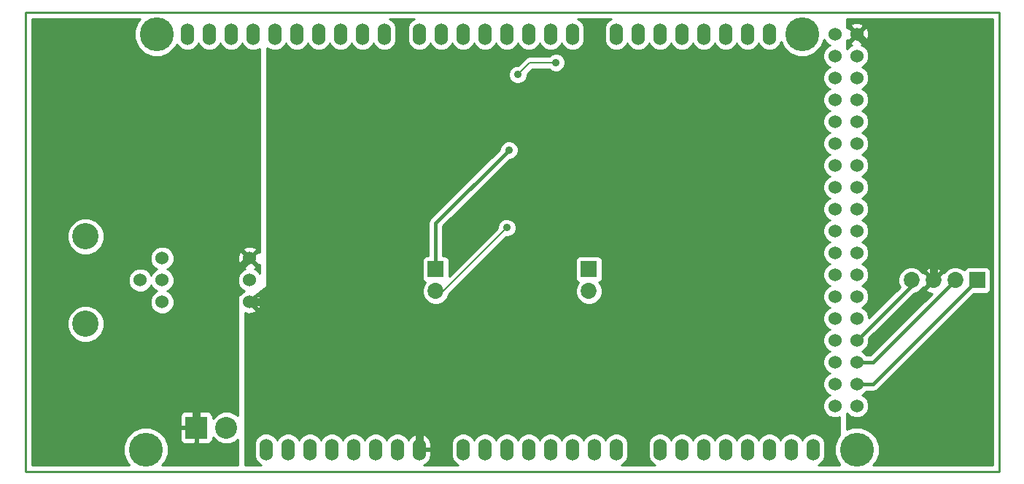
<source format=gbl>
G04 (created by PCBNEW-RS274X (2011-05-25)-stable) date Tue 11 Mar 2014 02:38:01 PM EDT*
G01*
G70*
G90*
%MOIN*%
G04 Gerber Fmt 3.4, Leading zero omitted, Abs format*
%FSLAX34Y34*%
G04 APERTURE LIST*
%ADD10C,0.006000*%
%ADD11C,0.009000*%
%ADD12C,0.155000*%
%ADD13O,0.060000X0.100000*%
%ADD14C,0.060000*%
%ADD15C,0.120000*%
%ADD16C,0.073000*%
%ADD17R,0.073000X0.073000*%
%ADD18R,0.100000X0.100000*%
%ADD19C,0.100000*%
%ADD20C,0.035000*%
%ADD21C,0.008000*%
%ADD22C,0.036000*%
%ADD23C,0.016000*%
%ADD24C,0.010000*%
G04 APERTURE END LIST*
G54D10*
G54D11*
X45000Y-51500D02*
X89500Y-51500D01*
X45000Y-30500D02*
X45000Y-51500D01*
X89500Y-30500D02*
X45000Y-30500D01*
X89500Y-51500D02*
X89500Y-30500D01*
G54D12*
X50500Y-50500D03*
X51000Y-31500D03*
X83000Y-50500D03*
X80500Y-31500D03*
G54D13*
X56000Y-50500D03*
X57000Y-50500D03*
X58000Y-50500D03*
X59000Y-50500D03*
X60000Y-50500D03*
X61000Y-50500D03*
X62000Y-50500D03*
X63000Y-50500D03*
X65000Y-50500D03*
X66000Y-50500D03*
X67000Y-50500D03*
X68000Y-50500D03*
X69000Y-50500D03*
X70000Y-50500D03*
X71000Y-50500D03*
X72000Y-50500D03*
X74000Y-50500D03*
X75000Y-50500D03*
X76000Y-50500D03*
X77000Y-50500D03*
X78000Y-50500D03*
X79000Y-50500D03*
X80000Y-50500D03*
X81000Y-50500D03*
X52400Y-31500D03*
X53400Y-31500D03*
X54400Y-31500D03*
X55400Y-31500D03*
X56400Y-31500D03*
X57400Y-31500D03*
X58400Y-31500D03*
X59400Y-31500D03*
X60400Y-31500D03*
X61400Y-31500D03*
X63000Y-31500D03*
X70000Y-31500D03*
X69000Y-31500D03*
X68000Y-31500D03*
X67000Y-31500D03*
X66000Y-31500D03*
X65000Y-31500D03*
X64000Y-31500D03*
X72000Y-31500D03*
X73000Y-31500D03*
X74000Y-31500D03*
X75000Y-31500D03*
X76000Y-31500D03*
X77000Y-31500D03*
X78000Y-31500D03*
X79000Y-31500D03*
G54D14*
X82000Y-31500D03*
X83000Y-31500D03*
X82000Y-32500D03*
X83000Y-32500D03*
X82000Y-33500D03*
X83000Y-33500D03*
X82000Y-34500D03*
X83000Y-34500D03*
X82000Y-35500D03*
X83000Y-35500D03*
X82000Y-36500D03*
X83000Y-36500D03*
X82000Y-37500D03*
X83000Y-37500D03*
X82000Y-38500D03*
X83000Y-38500D03*
X82000Y-39500D03*
X83000Y-39500D03*
X82000Y-40500D03*
X83000Y-40500D03*
X82000Y-41500D03*
X83000Y-41500D03*
X82000Y-42500D03*
X83000Y-42500D03*
X82000Y-43500D03*
X83000Y-43500D03*
X82000Y-44500D03*
X83000Y-44500D03*
X82000Y-45500D03*
X83000Y-45500D03*
X82000Y-46500D03*
X83000Y-46500D03*
X82000Y-47500D03*
X83000Y-47500D03*
X82000Y-48500D03*
X83000Y-48500D03*
G54D15*
X47750Y-44750D03*
X47750Y-40750D03*
G54D14*
X50250Y-42750D03*
X51250Y-42750D03*
X51250Y-41750D03*
X51250Y-43750D03*
G54D16*
X87500Y-42750D03*
X86500Y-42750D03*
G54D17*
X88500Y-42750D03*
G54D16*
X85500Y-42750D03*
G54D18*
X52811Y-49500D03*
G54D19*
X54189Y-49500D03*
G54D16*
X70750Y-43250D03*
G54D17*
X70750Y-42250D03*
G54D16*
X63750Y-43250D03*
G54D17*
X63750Y-42250D03*
G54D14*
X55250Y-42750D03*
X55250Y-43750D03*
X55250Y-41750D03*
G54D20*
X69250Y-32800D03*
X67500Y-33350D03*
X67100Y-36800D03*
X67000Y-40350D03*
G54D21*
X68050Y-32800D02*
X69250Y-32800D01*
X67500Y-33350D02*
X68050Y-32800D01*
G54D22*
X86500Y-35000D02*
X83000Y-31500D01*
X86500Y-42750D02*
X86500Y-35000D01*
G54D23*
X83750Y-46500D02*
X83000Y-46500D01*
X87500Y-42750D02*
X83750Y-46500D01*
X85500Y-43000D02*
X83000Y-45500D01*
X85500Y-42750D02*
X85500Y-43000D01*
X63750Y-42250D02*
X63750Y-40150D01*
X63750Y-40150D02*
X67100Y-36800D01*
X83750Y-47500D02*
X83000Y-47500D01*
X88500Y-42750D02*
X83750Y-47500D01*
G54D22*
X57033Y-43750D02*
X63000Y-49717D01*
X55250Y-43750D02*
X57033Y-43750D01*
X63000Y-50500D02*
X63000Y-49717D01*
G54D21*
X64100Y-43250D02*
X63750Y-43250D01*
X67000Y-40350D02*
X64100Y-43250D01*
G54D22*
X52811Y-44189D02*
X52811Y-49500D01*
X55250Y-41750D02*
X52811Y-44189D01*
G54D10*
G36*
X89205Y-51205D02*
X83744Y-51205D01*
X83868Y-51081D01*
X84025Y-50705D01*
X84025Y-50297D01*
X83869Y-49920D01*
X83581Y-49632D01*
X83205Y-49475D01*
X82797Y-49475D01*
X82550Y-49577D01*
X82550Y-48826D01*
X82689Y-48965D01*
X82891Y-49049D01*
X83109Y-49049D01*
X83311Y-48965D01*
X83465Y-48811D01*
X83549Y-48609D01*
X83549Y-48391D01*
X83465Y-48189D01*
X83311Y-48035D01*
X83226Y-48000D01*
X83311Y-47965D01*
X83446Y-47830D01*
X83750Y-47830D01*
X83876Y-47805D01*
X83877Y-47805D01*
X83983Y-47733D01*
X88352Y-43364D01*
X88914Y-43364D01*
X89006Y-43326D01*
X89076Y-43256D01*
X89114Y-43165D01*
X89114Y-43066D01*
X89114Y-42336D01*
X89076Y-42244D01*
X89006Y-42174D01*
X88915Y-42136D01*
X88816Y-42136D01*
X88086Y-42136D01*
X87994Y-42174D01*
X87924Y-42244D01*
X87906Y-42286D01*
X87849Y-42229D01*
X87623Y-42135D01*
X87378Y-42135D01*
X87152Y-42229D01*
X86979Y-42401D01*
X86974Y-42412D01*
X86924Y-42396D01*
X86854Y-42466D01*
X86854Y-42326D01*
X86820Y-42225D01*
X86595Y-42143D01*
X86356Y-42153D01*
X86180Y-42225D01*
X86146Y-42326D01*
X86500Y-42679D01*
X86854Y-42326D01*
X86854Y-42466D01*
X86571Y-42750D01*
X86500Y-42821D01*
X86146Y-43174D01*
X86180Y-43275D01*
X86405Y-43357D01*
X86427Y-43356D01*
X83613Y-46170D01*
X83446Y-46170D01*
X83311Y-46035D01*
X83226Y-46000D01*
X83311Y-45965D01*
X83465Y-45811D01*
X83549Y-45609D01*
X83549Y-45417D01*
X85601Y-43365D01*
X85622Y-43365D01*
X85848Y-43271D01*
X86021Y-43099D01*
X86025Y-43087D01*
X86076Y-43104D01*
X86429Y-42750D01*
X86076Y-42396D01*
X86025Y-42412D01*
X86021Y-42402D01*
X85849Y-42229D01*
X85623Y-42135D01*
X85378Y-42135D01*
X85152Y-42229D01*
X84979Y-42401D01*
X84885Y-42627D01*
X84885Y-42872D01*
X84966Y-43067D01*
X83549Y-44484D01*
X83549Y-44391D01*
X83465Y-44189D01*
X83311Y-44035D01*
X83226Y-44000D01*
X83311Y-43965D01*
X83465Y-43811D01*
X83549Y-43609D01*
X83549Y-43391D01*
X83465Y-43189D01*
X83311Y-43035D01*
X83226Y-43000D01*
X83311Y-42965D01*
X83465Y-42811D01*
X83549Y-42609D01*
X83549Y-42391D01*
X83465Y-42189D01*
X83311Y-42035D01*
X83226Y-42000D01*
X83311Y-41965D01*
X83465Y-41811D01*
X83549Y-41609D01*
X83549Y-41391D01*
X83465Y-41189D01*
X83311Y-41035D01*
X83226Y-41000D01*
X83311Y-40965D01*
X83465Y-40811D01*
X83549Y-40609D01*
X83549Y-40391D01*
X83465Y-40189D01*
X83311Y-40035D01*
X83226Y-40000D01*
X83311Y-39965D01*
X83465Y-39811D01*
X83549Y-39609D01*
X83549Y-39391D01*
X83465Y-39189D01*
X83311Y-39035D01*
X83226Y-39000D01*
X83311Y-38965D01*
X83465Y-38811D01*
X83549Y-38609D01*
X83549Y-38391D01*
X83465Y-38189D01*
X83311Y-38035D01*
X83226Y-38000D01*
X83311Y-37965D01*
X83465Y-37811D01*
X83549Y-37609D01*
X83549Y-37391D01*
X83465Y-37189D01*
X83311Y-37035D01*
X83226Y-37000D01*
X83311Y-36965D01*
X83465Y-36811D01*
X83549Y-36609D01*
X83549Y-36391D01*
X83465Y-36189D01*
X83311Y-36035D01*
X83226Y-36000D01*
X83311Y-35965D01*
X83465Y-35811D01*
X83549Y-35609D01*
X83549Y-35391D01*
X83465Y-35189D01*
X83311Y-35035D01*
X83226Y-35000D01*
X83311Y-34965D01*
X83465Y-34811D01*
X83549Y-34609D01*
X83549Y-34391D01*
X83465Y-34189D01*
X83311Y-34035D01*
X83226Y-34000D01*
X83311Y-33965D01*
X83465Y-33811D01*
X83549Y-33609D01*
X83549Y-33391D01*
X83465Y-33189D01*
X83311Y-33035D01*
X83226Y-33000D01*
X83311Y-32965D01*
X83465Y-32811D01*
X83549Y-32609D01*
X83549Y-32391D01*
X83543Y-32376D01*
X83543Y-31579D01*
X83532Y-31366D01*
X83472Y-31219D01*
X83378Y-31192D01*
X83308Y-31262D01*
X83308Y-31122D01*
X83281Y-31028D01*
X83079Y-30957D01*
X82866Y-30968D01*
X82719Y-31028D01*
X82692Y-31122D01*
X83000Y-31429D01*
X83308Y-31122D01*
X83308Y-31262D01*
X83071Y-31500D01*
X83378Y-31808D01*
X83472Y-31781D01*
X83543Y-31579D01*
X83543Y-32376D01*
X83465Y-32189D01*
X83311Y-32035D01*
X83219Y-31997D01*
X83281Y-31972D01*
X83308Y-31878D01*
X83000Y-31571D01*
X82692Y-31878D01*
X82719Y-31972D01*
X82784Y-31995D01*
X82689Y-32035D01*
X82550Y-32174D01*
X82550Y-31787D01*
X82622Y-31808D01*
X82929Y-31500D01*
X82622Y-31192D01*
X82550Y-31212D01*
X82550Y-30795D01*
X89205Y-30795D01*
X89205Y-51205D01*
X89205Y-51205D01*
G37*
G54D24*
X89205Y-51205D02*
X83744Y-51205D01*
X83868Y-51081D01*
X84025Y-50705D01*
X84025Y-50297D01*
X83869Y-49920D01*
X83581Y-49632D01*
X83205Y-49475D01*
X82797Y-49475D01*
X82550Y-49577D01*
X82550Y-48826D01*
X82689Y-48965D01*
X82891Y-49049D01*
X83109Y-49049D01*
X83311Y-48965D01*
X83465Y-48811D01*
X83549Y-48609D01*
X83549Y-48391D01*
X83465Y-48189D01*
X83311Y-48035D01*
X83226Y-48000D01*
X83311Y-47965D01*
X83446Y-47830D01*
X83750Y-47830D01*
X83876Y-47805D01*
X83877Y-47805D01*
X83983Y-47733D01*
X88352Y-43364D01*
X88914Y-43364D01*
X89006Y-43326D01*
X89076Y-43256D01*
X89114Y-43165D01*
X89114Y-43066D01*
X89114Y-42336D01*
X89076Y-42244D01*
X89006Y-42174D01*
X88915Y-42136D01*
X88816Y-42136D01*
X88086Y-42136D01*
X87994Y-42174D01*
X87924Y-42244D01*
X87906Y-42286D01*
X87849Y-42229D01*
X87623Y-42135D01*
X87378Y-42135D01*
X87152Y-42229D01*
X86979Y-42401D01*
X86974Y-42412D01*
X86924Y-42396D01*
X86854Y-42466D01*
X86854Y-42326D01*
X86820Y-42225D01*
X86595Y-42143D01*
X86356Y-42153D01*
X86180Y-42225D01*
X86146Y-42326D01*
X86500Y-42679D01*
X86854Y-42326D01*
X86854Y-42466D01*
X86571Y-42750D01*
X86500Y-42821D01*
X86146Y-43174D01*
X86180Y-43275D01*
X86405Y-43357D01*
X86427Y-43356D01*
X83613Y-46170D01*
X83446Y-46170D01*
X83311Y-46035D01*
X83226Y-46000D01*
X83311Y-45965D01*
X83465Y-45811D01*
X83549Y-45609D01*
X83549Y-45417D01*
X85601Y-43365D01*
X85622Y-43365D01*
X85848Y-43271D01*
X86021Y-43099D01*
X86025Y-43087D01*
X86076Y-43104D01*
X86429Y-42750D01*
X86076Y-42396D01*
X86025Y-42412D01*
X86021Y-42402D01*
X85849Y-42229D01*
X85623Y-42135D01*
X85378Y-42135D01*
X85152Y-42229D01*
X84979Y-42401D01*
X84885Y-42627D01*
X84885Y-42872D01*
X84966Y-43067D01*
X83549Y-44484D01*
X83549Y-44391D01*
X83465Y-44189D01*
X83311Y-44035D01*
X83226Y-44000D01*
X83311Y-43965D01*
X83465Y-43811D01*
X83549Y-43609D01*
X83549Y-43391D01*
X83465Y-43189D01*
X83311Y-43035D01*
X83226Y-43000D01*
X83311Y-42965D01*
X83465Y-42811D01*
X83549Y-42609D01*
X83549Y-42391D01*
X83465Y-42189D01*
X83311Y-42035D01*
X83226Y-42000D01*
X83311Y-41965D01*
X83465Y-41811D01*
X83549Y-41609D01*
X83549Y-41391D01*
X83465Y-41189D01*
X83311Y-41035D01*
X83226Y-41000D01*
X83311Y-40965D01*
X83465Y-40811D01*
X83549Y-40609D01*
X83549Y-40391D01*
X83465Y-40189D01*
X83311Y-40035D01*
X83226Y-40000D01*
X83311Y-39965D01*
X83465Y-39811D01*
X83549Y-39609D01*
X83549Y-39391D01*
X83465Y-39189D01*
X83311Y-39035D01*
X83226Y-39000D01*
X83311Y-38965D01*
X83465Y-38811D01*
X83549Y-38609D01*
X83549Y-38391D01*
X83465Y-38189D01*
X83311Y-38035D01*
X83226Y-38000D01*
X83311Y-37965D01*
X83465Y-37811D01*
X83549Y-37609D01*
X83549Y-37391D01*
X83465Y-37189D01*
X83311Y-37035D01*
X83226Y-37000D01*
X83311Y-36965D01*
X83465Y-36811D01*
X83549Y-36609D01*
X83549Y-36391D01*
X83465Y-36189D01*
X83311Y-36035D01*
X83226Y-36000D01*
X83311Y-35965D01*
X83465Y-35811D01*
X83549Y-35609D01*
X83549Y-35391D01*
X83465Y-35189D01*
X83311Y-35035D01*
X83226Y-35000D01*
X83311Y-34965D01*
X83465Y-34811D01*
X83549Y-34609D01*
X83549Y-34391D01*
X83465Y-34189D01*
X83311Y-34035D01*
X83226Y-34000D01*
X83311Y-33965D01*
X83465Y-33811D01*
X83549Y-33609D01*
X83549Y-33391D01*
X83465Y-33189D01*
X83311Y-33035D01*
X83226Y-33000D01*
X83311Y-32965D01*
X83465Y-32811D01*
X83549Y-32609D01*
X83549Y-32391D01*
X83543Y-32376D01*
X83543Y-31579D01*
X83532Y-31366D01*
X83472Y-31219D01*
X83378Y-31192D01*
X83308Y-31262D01*
X83308Y-31122D01*
X83281Y-31028D01*
X83079Y-30957D01*
X82866Y-30968D01*
X82719Y-31028D01*
X82692Y-31122D01*
X83000Y-31429D01*
X83308Y-31122D01*
X83308Y-31262D01*
X83071Y-31500D01*
X83378Y-31808D01*
X83472Y-31781D01*
X83543Y-31579D01*
X83543Y-32376D01*
X83465Y-32189D01*
X83311Y-32035D01*
X83219Y-31997D01*
X83281Y-31972D01*
X83308Y-31878D01*
X83000Y-31571D01*
X82692Y-31878D01*
X82719Y-31972D01*
X82784Y-31995D01*
X82689Y-32035D01*
X82550Y-32174D01*
X82550Y-31787D01*
X82622Y-31808D01*
X82929Y-31500D01*
X82622Y-31192D01*
X82550Y-31212D01*
X82550Y-30795D01*
X89205Y-30795D01*
X89205Y-51205D01*
G54D10*
G36*
X55700Y-42424D02*
X55561Y-42285D01*
X55469Y-42247D01*
X55531Y-42222D01*
X55558Y-42128D01*
X55250Y-41821D01*
X55179Y-41891D01*
X55179Y-41750D01*
X54872Y-41442D01*
X54778Y-41469D01*
X54707Y-41671D01*
X54718Y-41884D01*
X54778Y-42031D01*
X54872Y-42058D01*
X55179Y-41750D01*
X55179Y-41891D01*
X54942Y-42128D01*
X54969Y-42222D01*
X55034Y-42245D01*
X54939Y-42285D01*
X54785Y-42439D01*
X54701Y-42641D01*
X54701Y-42859D01*
X54785Y-43061D01*
X54939Y-43215D01*
X55008Y-43243D01*
X54971Y-43271D01*
X54939Y-43285D01*
X54896Y-43328D01*
X54700Y-43475D01*
X54700Y-48952D01*
X54614Y-48866D01*
X54339Y-48751D01*
X54041Y-48751D01*
X53766Y-48865D01*
X53560Y-49069D01*
X53560Y-49049D01*
X53560Y-48950D01*
X53522Y-48859D01*
X53452Y-48789D01*
X53360Y-48751D01*
X52923Y-48750D01*
X52861Y-48812D01*
X52861Y-49400D01*
X52861Y-49450D01*
X52861Y-49550D01*
X52861Y-49600D01*
X52861Y-50188D01*
X52923Y-50250D01*
X53360Y-50249D01*
X53452Y-50211D01*
X53522Y-50141D01*
X53560Y-50050D01*
X53560Y-49951D01*
X53560Y-49929D01*
X53764Y-50134D01*
X54039Y-50249D01*
X54337Y-50249D01*
X54612Y-50135D01*
X54700Y-50047D01*
X54700Y-51205D01*
X52761Y-51205D01*
X52761Y-50188D01*
X52761Y-49550D01*
X52761Y-49450D01*
X52761Y-48812D01*
X52699Y-48750D01*
X52262Y-48751D01*
X52170Y-48789D01*
X52100Y-48859D01*
X52062Y-48950D01*
X52062Y-49049D01*
X52061Y-49388D01*
X52123Y-49450D01*
X52761Y-49450D01*
X52761Y-49550D01*
X52123Y-49550D01*
X52061Y-49612D01*
X52062Y-49951D01*
X52062Y-50050D01*
X52100Y-50141D01*
X52170Y-50211D01*
X52262Y-50249D01*
X52699Y-50250D01*
X52761Y-50188D01*
X52761Y-51205D01*
X51799Y-51205D01*
X51799Y-43859D01*
X51799Y-43641D01*
X51715Y-43439D01*
X51561Y-43285D01*
X51476Y-43250D01*
X51561Y-43215D01*
X51715Y-43061D01*
X51799Y-42859D01*
X51799Y-42641D01*
X51715Y-42439D01*
X51561Y-42285D01*
X51476Y-42250D01*
X51561Y-42215D01*
X51715Y-42061D01*
X51799Y-41859D01*
X51799Y-41641D01*
X51715Y-41439D01*
X51561Y-41285D01*
X51359Y-41201D01*
X51141Y-41201D01*
X50939Y-41285D01*
X50785Y-41439D01*
X50701Y-41641D01*
X50701Y-41859D01*
X50785Y-42061D01*
X50939Y-42215D01*
X51023Y-42250D01*
X50939Y-42285D01*
X50785Y-42439D01*
X50750Y-42523D01*
X50715Y-42439D01*
X50561Y-42285D01*
X50359Y-42201D01*
X50141Y-42201D01*
X49939Y-42285D01*
X49785Y-42439D01*
X49701Y-42641D01*
X49701Y-42859D01*
X49785Y-43061D01*
X49939Y-43215D01*
X50141Y-43299D01*
X50359Y-43299D01*
X50561Y-43215D01*
X50715Y-43061D01*
X50750Y-42976D01*
X50785Y-43061D01*
X50939Y-43215D01*
X51023Y-43250D01*
X50939Y-43285D01*
X50785Y-43439D01*
X50701Y-43641D01*
X50701Y-43859D01*
X50785Y-44061D01*
X50939Y-44215D01*
X51141Y-44299D01*
X51359Y-44299D01*
X51561Y-44215D01*
X51715Y-44061D01*
X51799Y-43859D01*
X51799Y-51205D01*
X51244Y-51205D01*
X51368Y-51081D01*
X51525Y-50705D01*
X51525Y-50297D01*
X51369Y-49920D01*
X51081Y-49632D01*
X50705Y-49475D01*
X50297Y-49475D01*
X49920Y-49631D01*
X49632Y-49919D01*
X49475Y-50295D01*
X49475Y-50703D01*
X49631Y-51080D01*
X49756Y-51205D01*
X48600Y-51205D01*
X48600Y-44920D01*
X48600Y-44582D01*
X48600Y-40920D01*
X48600Y-40582D01*
X48471Y-40270D01*
X48232Y-40030D01*
X47920Y-39900D01*
X47582Y-39900D01*
X47270Y-40029D01*
X47030Y-40268D01*
X46900Y-40580D01*
X46900Y-40918D01*
X47029Y-41230D01*
X47268Y-41470D01*
X47580Y-41600D01*
X47918Y-41600D01*
X48230Y-41471D01*
X48470Y-41232D01*
X48600Y-40920D01*
X48600Y-44582D01*
X48471Y-44270D01*
X48232Y-44030D01*
X47920Y-43900D01*
X47582Y-43900D01*
X47270Y-44029D01*
X47030Y-44268D01*
X46900Y-44580D01*
X46900Y-44918D01*
X47029Y-45230D01*
X47268Y-45470D01*
X47580Y-45600D01*
X47918Y-45600D01*
X48230Y-45471D01*
X48470Y-45232D01*
X48600Y-44920D01*
X48600Y-51205D01*
X45295Y-51205D01*
X45295Y-30795D01*
X50256Y-30795D01*
X50132Y-30919D01*
X49975Y-31295D01*
X49975Y-31703D01*
X50131Y-32080D01*
X50419Y-32368D01*
X50795Y-32525D01*
X51203Y-32525D01*
X51580Y-32369D01*
X51868Y-32081D01*
X51917Y-31961D01*
X51942Y-32020D01*
X52094Y-32171D01*
X52292Y-32254D01*
X52507Y-32254D01*
X52706Y-32172D01*
X52857Y-32020D01*
X52899Y-31917D01*
X52942Y-32020D01*
X53094Y-32171D01*
X53292Y-32254D01*
X53507Y-32254D01*
X53706Y-32172D01*
X53857Y-32020D01*
X53899Y-31917D01*
X53942Y-32020D01*
X54094Y-32171D01*
X54292Y-32254D01*
X54507Y-32254D01*
X54706Y-32172D01*
X54857Y-32020D01*
X54899Y-31917D01*
X54942Y-32020D01*
X55094Y-32171D01*
X55292Y-32254D01*
X55507Y-32254D01*
X55700Y-32174D01*
X55700Y-41462D01*
X55628Y-41442D01*
X55558Y-41512D01*
X55558Y-41372D01*
X55531Y-41278D01*
X55329Y-41207D01*
X55116Y-41218D01*
X54969Y-41278D01*
X54942Y-41372D01*
X55250Y-41679D01*
X55558Y-41372D01*
X55558Y-41512D01*
X55321Y-41750D01*
X55628Y-42058D01*
X55700Y-42037D01*
X55700Y-42424D01*
X55700Y-42424D01*
G37*
G54D24*
X55700Y-42424D02*
X55561Y-42285D01*
X55469Y-42247D01*
X55531Y-42222D01*
X55558Y-42128D01*
X55250Y-41821D01*
X55179Y-41891D01*
X55179Y-41750D01*
X54872Y-41442D01*
X54778Y-41469D01*
X54707Y-41671D01*
X54718Y-41884D01*
X54778Y-42031D01*
X54872Y-42058D01*
X55179Y-41750D01*
X55179Y-41891D01*
X54942Y-42128D01*
X54969Y-42222D01*
X55034Y-42245D01*
X54939Y-42285D01*
X54785Y-42439D01*
X54701Y-42641D01*
X54701Y-42859D01*
X54785Y-43061D01*
X54939Y-43215D01*
X55008Y-43243D01*
X54971Y-43271D01*
X54939Y-43285D01*
X54896Y-43328D01*
X54700Y-43475D01*
X54700Y-48952D01*
X54614Y-48866D01*
X54339Y-48751D01*
X54041Y-48751D01*
X53766Y-48865D01*
X53560Y-49069D01*
X53560Y-49049D01*
X53560Y-48950D01*
X53522Y-48859D01*
X53452Y-48789D01*
X53360Y-48751D01*
X52923Y-48750D01*
X52861Y-48812D01*
X52861Y-49400D01*
X52861Y-49450D01*
X52861Y-49550D01*
X52861Y-49600D01*
X52861Y-50188D01*
X52923Y-50250D01*
X53360Y-50249D01*
X53452Y-50211D01*
X53522Y-50141D01*
X53560Y-50050D01*
X53560Y-49951D01*
X53560Y-49929D01*
X53764Y-50134D01*
X54039Y-50249D01*
X54337Y-50249D01*
X54612Y-50135D01*
X54700Y-50047D01*
X54700Y-51205D01*
X52761Y-51205D01*
X52761Y-50188D01*
X52761Y-49550D01*
X52761Y-49450D01*
X52761Y-48812D01*
X52699Y-48750D01*
X52262Y-48751D01*
X52170Y-48789D01*
X52100Y-48859D01*
X52062Y-48950D01*
X52062Y-49049D01*
X52061Y-49388D01*
X52123Y-49450D01*
X52761Y-49450D01*
X52761Y-49550D01*
X52123Y-49550D01*
X52061Y-49612D01*
X52062Y-49951D01*
X52062Y-50050D01*
X52100Y-50141D01*
X52170Y-50211D01*
X52262Y-50249D01*
X52699Y-50250D01*
X52761Y-50188D01*
X52761Y-51205D01*
X51799Y-51205D01*
X51799Y-43859D01*
X51799Y-43641D01*
X51715Y-43439D01*
X51561Y-43285D01*
X51476Y-43250D01*
X51561Y-43215D01*
X51715Y-43061D01*
X51799Y-42859D01*
X51799Y-42641D01*
X51715Y-42439D01*
X51561Y-42285D01*
X51476Y-42250D01*
X51561Y-42215D01*
X51715Y-42061D01*
X51799Y-41859D01*
X51799Y-41641D01*
X51715Y-41439D01*
X51561Y-41285D01*
X51359Y-41201D01*
X51141Y-41201D01*
X50939Y-41285D01*
X50785Y-41439D01*
X50701Y-41641D01*
X50701Y-41859D01*
X50785Y-42061D01*
X50939Y-42215D01*
X51023Y-42250D01*
X50939Y-42285D01*
X50785Y-42439D01*
X50750Y-42523D01*
X50715Y-42439D01*
X50561Y-42285D01*
X50359Y-42201D01*
X50141Y-42201D01*
X49939Y-42285D01*
X49785Y-42439D01*
X49701Y-42641D01*
X49701Y-42859D01*
X49785Y-43061D01*
X49939Y-43215D01*
X50141Y-43299D01*
X50359Y-43299D01*
X50561Y-43215D01*
X50715Y-43061D01*
X50750Y-42976D01*
X50785Y-43061D01*
X50939Y-43215D01*
X51023Y-43250D01*
X50939Y-43285D01*
X50785Y-43439D01*
X50701Y-43641D01*
X50701Y-43859D01*
X50785Y-44061D01*
X50939Y-44215D01*
X51141Y-44299D01*
X51359Y-44299D01*
X51561Y-44215D01*
X51715Y-44061D01*
X51799Y-43859D01*
X51799Y-51205D01*
X51244Y-51205D01*
X51368Y-51081D01*
X51525Y-50705D01*
X51525Y-50297D01*
X51369Y-49920D01*
X51081Y-49632D01*
X50705Y-49475D01*
X50297Y-49475D01*
X49920Y-49631D01*
X49632Y-49919D01*
X49475Y-50295D01*
X49475Y-50703D01*
X49631Y-51080D01*
X49756Y-51205D01*
X48600Y-51205D01*
X48600Y-44920D01*
X48600Y-44582D01*
X48600Y-40920D01*
X48600Y-40582D01*
X48471Y-40270D01*
X48232Y-40030D01*
X47920Y-39900D01*
X47582Y-39900D01*
X47270Y-40029D01*
X47030Y-40268D01*
X46900Y-40580D01*
X46900Y-40918D01*
X47029Y-41230D01*
X47268Y-41470D01*
X47580Y-41600D01*
X47918Y-41600D01*
X48230Y-41471D01*
X48470Y-41232D01*
X48600Y-40920D01*
X48600Y-44582D01*
X48471Y-44270D01*
X48232Y-44030D01*
X47920Y-43900D01*
X47582Y-43900D01*
X47270Y-44029D01*
X47030Y-44268D01*
X46900Y-44580D01*
X46900Y-44918D01*
X47029Y-45230D01*
X47268Y-45470D01*
X47580Y-45600D01*
X47918Y-45600D01*
X48230Y-45471D01*
X48470Y-45232D01*
X48600Y-44920D01*
X48600Y-51205D01*
X45295Y-51205D01*
X45295Y-30795D01*
X50256Y-30795D01*
X50132Y-30919D01*
X49975Y-31295D01*
X49975Y-31703D01*
X50131Y-32080D01*
X50419Y-32368D01*
X50795Y-32525D01*
X51203Y-32525D01*
X51580Y-32369D01*
X51868Y-32081D01*
X51917Y-31961D01*
X51942Y-32020D01*
X52094Y-32171D01*
X52292Y-32254D01*
X52507Y-32254D01*
X52706Y-32172D01*
X52857Y-32020D01*
X52899Y-31917D01*
X52942Y-32020D01*
X53094Y-32171D01*
X53292Y-32254D01*
X53507Y-32254D01*
X53706Y-32172D01*
X53857Y-32020D01*
X53899Y-31917D01*
X53942Y-32020D01*
X54094Y-32171D01*
X54292Y-32254D01*
X54507Y-32254D01*
X54706Y-32172D01*
X54857Y-32020D01*
X54899Y-31917D01*
X54942Y-32020D01*
X55094Y-32171D01*
X55292Y-32254D01*
X55507Y-32254D01*
X55700Y-32174D01*
X55700Y-41462D01*
X55628Y-41442D01*
X55558Y-41512D01*
X55558Y-41372D01*
X55531Y-41278D01*
X55329Y-41207D01*
X55116Y-41218D01*
X54969Y-41278D01*
X54942Y-41372D01*
X55250Y-41679D01*
X55558Y-41372D01*
X55558Y-41512D01*
X55321Y-41750D01*
X55628Y-42058D01*
X55700Y-42037D01*
X55700Y-42424D01*
G54D10*
G36*
X82200Y-51205D02*
X81225Y-51205D01*
X81306Y-51172D01*
X81457Y-51020D01*
X81540Y-50822D01*
X81540Y-50607D01*
X81540Y-50179D01*
X81458Y-49980D01*
X81306Y-49829D01*
X81108Y-49746D01*
X80893Y-49746D01*
X80694Y-49828D01*
X80543Y-49980D01*
X80500Y-50082D01*
X80458Y-49980D01*
X80306Y-49829D01*
X80108Y-49746D01*
X79893Y-49746D01*
X79694Y-49828D01*
X79543Y-49980D01*
X79500Y-50082D01*
X79458Y-49980D01*
X79306Y-49829D01*
X79108Y-49746D01*
X78893Y-49746D01*
X78694Y-49828D01*
X78543Y-49980D01*
X78500Y-50082D01*
X78458Y-49980D01*
X78306Y-49829D01*
X78108Y-49746D01*
X77893Y-49746D01*
X77694Y-49828D01*
X77543Y-49980D01*
X77500Y-50082D01*
X77458Y-49980D01*
X77306Y-49829D01*
X77108Y-49746D01*
X76893Y-49746D01*
X76694Y-49828D01*
X76543Y-49980D01*
X76500Y-50082D01*
X76458Y-49980D01*
X76306Y-49829D01*
X76108Y-49746D01*
X75893Y-49746D01*
X75694Y-49828D01*
X75543Y-49980D01*
X75500Y-50082D01*
X75458Y-49980D01*
X75306Y-49829D01*
X75108Y-49746D01*
X74893Y-49746D01*
X74694Y-49828D01*
X74543Y-49980D01*
X74500Y-50082D01*
X74458Y-49980D01*
X74306Y-49829D01*
X74108Y-49746D01*
X73893Y-49746D01*
X73694Y-49828D01*
X73543Y-49980D01*
X73460Y-50178D01*
X73460Y-50393D01*
X73460Y-50821D01*
X73542Y-51020D01*
X73694Y-51171D01*
X73775Y-51205D01*
X72225Y-51205D01*
X72306Y-51172D01*
X72457Y-51020D01*
X72540Y-50822D01*
X72540Y-50607D01*
X72540Y-50179D01*
X72458Y-49980D01*
X72306Y-49829D01*
X72108Y-49746D01*
X71893Y-49746D01*
X71694Y-49828D01*
X71543Y-49980D01*
X71500Y-50082D01*
X71458Y-49980D01*
X71365Y-49887D01*
X71365Y-43373D01*
X71365Y-43128D01*
X71271Y-42902D01*
X71213Y-42843D01*
X71256Y-42826D01*
X71326Y-42756D01*
X71364Y-42665D01*
X71364Y-42566D01*
X71364Y-41836D01*
X71326Y-41744D01*
X71256Y-41674D01*
X71165Y-41636D01*
X71066Y-41636D01*
X70336Y-41636D01*
X70244Y-41674D01*
X70174Y-41744D01*
X70136Y-41835D01*
X70136Y-41934D01*
X70136Y-42664D01*
X70174Y-42756D01*
X70244Y-42826D01*
X70286Y-42843D01*
X70229Y-42901D01*
X70135Y-43127D01*
X70135Y-43372D01*
X70229Y-43598D01*
X70401Y-43771D01*
X70627Y-43865D01*
X70872Y-43865D01*
X71098Y-43771D01*
X71271Y-43599D01*
X71365Y-43373D01*
X71365Y-49887D01*
X71306Y-49829D01*
X71108Y-49746D01*
X70893Y-49746D01*
X70694Y-49828D01*
X70543Y-49980D01*
X70500Y-50082D01*
X70458Y-49980D01*
X70306Y-49829D01*
X70108Y-49746D01*
X69893Y-49746D01*
X69694Y-49828D01*
X69675Y-49847D01*
X69675Y-32885D01*
X69675Y-32716D01*
X69611Y-32560D01*
X69491Y-32440D01*
X69335Y-32375D01*
X69166Y-32375D01*
X69010Y-32439D01*
X68939Y-32510D01*
X68050Y-32510D01*
X67939Y-32532D01*
X67845Y-32595D01*
X67844Y-32595D01*
X67844Y-32596D01*
X67515Y-32925D01*
X67416Y-32925D01*
X67260Y-32989D01*
X67140Y-33109D01*
X67075Y-33265D01*
X67075Y-33434D01*
X67139Y-33590D01*
X67259Y-33710D01*
X67415Y-33775D01*
X67584Y-33775D01*
X67740Y-33711D01*
X67860Y-33591D01*
X67925Y-33435D01*
X67925Y-33335D01*
X68170Y-33090D01*
X68939Y-33090D01*
X69009Y-33160D01*
X69165Y-33225D01*
X69334Y-33225D01*
X69490Y-33161D01*
X69610Y-33041D01*
X69675Y-32885D01*
X69675Y-49847D01*
X69543Y-49980D01*
X69500Y-50082D01*
X69458Y-49980D01*
X69306Y-49829D01*
X69108Y-49746D01*
X68893Y-49746D01*
X68694Y-49828D01*
X68543Y-49980D01*
X68500Y-50082D01*
X68458Y-49980D01*
X68306Y-49829D01*
X68108Y-49746D01*
X67893Y-49746D01*
X67694Y-49828D01*
X67543Y-49980D01*
X67525Y-50022D01*
X67525Y-36885D01*
X67525Y-36716D01*
X67461Y-36560D01*
X67341Y-36440D01*
X67185Y-36375D01*
X67016Y-36375D01*
X66860Y-36439D01*
X66740Y-36559D01*
X66675Y-36715D01*
X66675Y-36758D01*
X63517Y-39917D01*
X63445Y-40023D01*
X63420Y-40150D01*
X63420Y-41636D01*
X63336Y-41636D01*
X63244Y-41674D01*
X63174Y-41744D01*
X63136Y-41835D01*
X63136Y-41934D01*
X63136Y-42664D01*
X63174Y-42756D01*
X63244Y-42826D01*
X63286Y-42843D01*
X63229Y-42901D01*
X63135Y-43127D01*
X63135Y-43372D01*
X63229Y-43598D01*
X63401Y-43771D01*
X63627Y-43865D01*
X63872Y-43865D01*
X64098Y-43771D01*
X64271Y-43599D01*
X64349Y-43410D01*
X66985Y-40775D01*
X67084Y-40775D01*
X67240Y-40711D01*
X67360Y-40591D01*
X67425Y-40435D01*
X67425Y-40266D01*
X67361Y-40110D01*
X67241Y-39990D01*
X67085Y-39925D01*
X66916Y-39925D01*
X66760Y-39989D01*
X66640Y-40109D01*
X66575Y-40265D01*
X66575Y-40365D01*
X64364Y-42576D01*
X64364Y-42566D01*
X64364Y-41836D01*
X64326Y-41744D01*
X64256Y-41674D01*
X64165Y-41636D01*
X64080Y-41636D01*
X64080Y-40286D01*
X67141Y-37225D01*
X67184Y-37225D01*
X67340Y-37161D01*
X67460Y-37041D01*
X67525Y-36885D01*
X67525Y-50022D01*
X67500Y-50082D01*
X67458Y-49980D01*
X67306Y-49829D01*
X67108Y-49746D01*
X66893Y-49746D01*
X66694Y-49828D01*
X66543Y-49980D01*
X66500Y-50082D01*
X66458Y-49980D01*
X66306Y-49829D01*
X66108Y-49746D01*
X65893Y-49746D01*
X65694Y-49828D01*
X65543Y-49980D01*
X65500Y-50082D01*
X65458Y-49980D01*
X65306Y-49829D01*
X65108Y-49746D01*
X64893Y-49746D01*
X64694Y-49828D01*
X64543Y-49980D01*
X64460Y-50178D01*
X64460Y-50393D01*
X64460Y-50821D01*
X64542Y-51020D01*
X64694Y-51171D01*
X64775Y-51205D01*
X63205Y-51205D01*
X63353Y-51125D01*
X63489Y-50957D01*
X63550Y-50750D01*
X63550Y-50550D01*
X63550Y-50450D01*
X63550Y-50250D01*
X63489Y-50043D01*
X63353Y-49875D01*
X63163Y-49772D01*
X63135Y-49768D01*
X63050Y-49815D01*
X63050Y-50450D01*
X63550Y-50450D01*
X63550Y-50550D01*
X63100Y-50550D01*
X63050Y-50550D01*
X62950Y-50550D01*
X62950Y-50450D01*
X62950Y-50400D01*
X62950Y-49815D01*
X62865Y-49768D01*
X62837Y-49772D01*
X62647Y-49875D01*
X62511Y-50043D01*
X62499Y-50081D01*
X62458Y-49980D01*
X62306Y-49829D01*
X62108Y-49746D01*
X61893Y-49746D01*
X61694Y-49828D01*
X61543Y-49980D01*
X61500Y-50082D01*
X61458Y-49980D01*
X61306Y-49829D01*
X61108Y-49746D01*
X60893Y-49746D01*
X60694Y-49828D01*
X60543Y-49980D01*
X60500Y-50082D01*
X60458Y-49980D01*
X60306Y-49829D01*
X60108Y-49746D01*
X59893Y-49746D01*
X59694Y-49828D01*
X59543Y-49980D01*
X59500Y-50082D01*
X59458Y-49980D01*
X59306Y-49829D01*
X59108Y-49746D01*
X58893Y-49746D01*
X58694Y-49828D01*
X58543Y-49980D01*
X58500Y-50082D01*
X58458Y-49980D01*
X58306Y-49829D01*
X58108Y-49746D01*
X57893Y-49746D01*
X57694Y-49828D01*
X57543Y-49980D01*
X57500Y-50082D01*
X57458Y-49980D01*
X57306Y-49829D01*
X57108Y-49746D01*
X56893Y-49746D01*
X56694Y-49828D01*
X56543Y-49980D01*
X56500Y-50082D01*
X56458Y-49980D01*
X56306Y-49829D01*
X56108Y-49746D01*
X55893Y-49746D01*
X55793Y-49787D01*
X55793Y-43829D01*
X55782Y-43616D01*
X55722Y-43469D01*
X55628Y-43442D01*
X55321Y-43750D01*
X55628Y-44058D01*
X55722Y-44031D01*
X55793Y-43829D01*
X55793Y-49787D01*
X55694Y-49828D01*
X55543Y-49980D01*
X55460Y-50178D01*
X55460Y-50393D01*
X55460Y-50821D01*
X55542Y-51020D01*
X55694Y-51171D01*
X55775Y-51205D01*
X55050Y-51205D01*
X55050Y-44250D01*
X55171Y-44293D01*
X55384Y-44282D01*
X55531Y-44222D01*
X55558Y-44128D01*
X55285Y-43856D01*
X55250Y-43821D01*
X55179Y-43750D01*
X55250Y-43679D01*
X55285Y-43644D01*
X55284Y-43643D01*
X55468Y-43460D01*
X56050Y-43025D01*
X56050Y-32127D01*
X56094Y-32171D01*
X56292Y-32254D01*
X56507Y-32254D01*
X56706Y-32172D01*
X56857Y-32020D01*
X56899Y-31917D01*
X56942Y-32020D01*
X57094Y-32171D01*
X57292Y-32254D01*
X57507Y-32254D01*
X57706Y-32172D01*
X57857Y-32020D01*
X57899Y-31917D01*
X57942Y-32020D01*
X58094Y-32171D01*
X58292Y-32254D01*
X58507Y-32254D01*
X58706Y-32172D01*
X58857Y-32020D01*
X58899Y-31917D01*
X58942Y-32020D01*
X59094Y-32171D01*
X59292Y-32254D01*
X59507Y-32254D01*
X59706Y-32172D01*
X59857Y-32020D01*
X59899Y-31917D01*
X59942Y-32020D01*
X60094Y-32171D01*
X60292Y-32254D01*
X60507Y-32254D01*
X60706Y-32172D01*
X60857Y-32020D01*
X60899Y-31917D01*
X60942Y-32020D01*
X61094Y-32171D01*
X61292Y-32254D01*
X61507Y-32254D01*
X61706Y-32172D01*
X61857Y-32020D01*
X61940Y-31822D01*
X61940Y-31607D01*
X61940Y-31179D01*
X61858Y-30980D01*
X61706Y-30829D01*
X61624Y-30795D01*
X62774Y-30795D01*
X62694Y-30828D01*
X62543Y-30980D01*
X62460Y-31178D01*
X62460Y-31393D01*
X62460Y-31821D01*
X62542Y-32020D01*
X62694Y-32171D01*
X62892Y-32254D01*
X63107Y-32254D01*
X63306Y-32172D01*
X63457Y-32020D01*
X63499Y-31917D01*
X63542Y-32020D01*
X63694Y-32171D01*
X63892Y-32254D01*
X64107Y-32254D01*
X64306Y-32172D01*
X64457Y-32020D01*
X64499Y-31917D01*
X64542Y-32020D01*
X64694Y-32171D01*
X64892Y-32254D01*
X65107Y-32254D01*
X65306Y-32172D01*
X65457Y-32020D01*
X65499Y-31917D01*
X65542Y-32020D01*
X65694Y-32171D01*
X65892Y-32254D01*
X66107Y-32254D01*
X66306Y-32172D01*
X66457Y-32020D01*
X66499Y-31917D01*
X66542Y-32020D01*
X66694Y-32171D01*
X66892Y-32254D01*
X67107Y-32254D01*
X67306Y-32172D01*
X67457Y-32020D01*
X67499Y-31917D01*
X67542Y-32020D01*
X67694Y-32171D01*
X67892Y-32254D01*
X68107Y-32254D01*
X68306Y-32172D01*
X68457Y-32020D01*
X68499Y-31917D01*
X68542Y-32020D01*
X68694Y-32171D01*
X68892Y-32254D01*
X69107Y-32254D01*
X69306Y-32172D01*
X69457Y-32020D01*
X69499Y-31917D01*
X69542Y-32020D01*
X69694Y-32171D01*
X69892Y-32254D01*
X70107Y-32254D01*
X70306Y-32172D01*
X70457Y-32020D01*
X70540Y-31822D01*
X70540Y-31607D01*
X70540Y-31179D01*
X70458Y-30980D01*
X70306Y-30829D01*
X70224Y-30795D01*
X71774Y-30795D01*
X71694Y-30828D01*
X71543Y-30980D01*
X71460Y-31178D01*
X71460Y-31393D01*
X71460Y-31821D01*
X71542Y-32020D01*
X71694Y-32171D01*
X71892Y-32254D01*
X72107Y-32254D01*
X72306Y-32172D01*
X72457Y-32020D01*
X72499Y-31917D01*
X72542Y-32020D01*
X72694Y-32171D01*
X72892Y-32254D01*
X73107Y-32254D01*
X73306Y-32172D01*
X73457Y-32020D01*
X73499Y-31917D01*
X73542Y-32020D01*
X73694Y-32171D01*
X73892Y-32254D01*
X74107Y-32254D01*
X74306Y-32172D01*
X74457Y-32020D01*
X74499Y-31917D01*
X74542Y-32020D01*
X74694Y-32171D01*
X74892Y-32254D01*
X75107Y-32254D01*
X75306Y-32172D01*
X75457Y-32020D01*
X75499Y-31917D01*
X75542Y-32020D01*
X75694Y-32171D01*
X75892Y-32254D01*
X76107Y-32254D01*
X76306Y-32172D01*
X76457Y-32020D01*
X76499Y-31917D01*
X76542Y-32020D01*
X76694Y-32171D01*
X76892Y-32254D01*
X77107Y-32254D01*
X77306Y-32172D01*
X77457Y-32020D01*
X77499Y-31917D01*
X77542Y-32020D01*
X77694Y-32171D01*
X77892Y-32254D01*
X78107Y-32254D01*
X78306Y-32172D01*
X78457Y-32020D01*
X78499Y-31917D01*
X78542Y-32020D01*
X78694Y-32171D01*
X78892Y-32254D01*
X79107Y-32254D01*
X79306Y-32172D01*
X79457Y-32020D01*
X79532Y-31840D01*
X79631Y-32080D01*
X79919Y-32368D01*
X80295Y-32525D01*
X80703Y-32525D01*
X81080Y-32369D01*
X81368Y-32081D01*
X81507Y-31745D01*
X81535Y-31811D01*
X81689Y-31965D01*
X81773Y-32000D01*
X81689Y-32035D01*
X81535Y-32189D01*
X81451Y-32391D01*
X81451Y-32609D01*
X81535Y-32811D01*
X81689Y-32965D01*
X81773Y-33000D01*
X81689Y-33035D01*
X81535Y-33189D01*
X81451Y-33391D01*
X81451Y-33609D01*
X81535Y-33811D01*
X81689Y-33965D01*
X81773Y-34000D01*
X81689Y-34035D01*
X81535Y-34189D01*
X81451Y-34391D01*
X81451Y-34609D01*
X81535Y-34811D01*
X81689Y-34965D01*
X81773Y-35000D01*
X81689Y-35035D01*
X81535Y-35189D01*
X81451Y-35391D01*
X81451Y-35609D01*
X81535Y-35811D01*
X81689Y-35965D01*
X81773Y-36000D01*
X81689Y-36035D01*
X81535Y-36189D01*
X81451Y-36391D01*
X81451Y-36609D01*
X81535Y-36811D01*
X81689Y-36965D01*
X81773Y-37000D01*
X81689Y-37035D01*
X81535Y-37189D01*
X81451Y-37391D01*
X81451Y-37609D01*
X81535Y-37811D01*
X81689Y-37965D01*
X81773Y-38000D01*
X81689Y-38035D01*
X81535Y-38189D01*
X81451Y-38391D01*
X81451Y-38609D01*
X81535Y-38811D01*
X81689Y-38965D01*
X81773Y-39000D01*
X81689Y-39035D01*
X81535Y-39189D01*
X81451Y-39391D01*
X81451Y-39609D01*
X81535Y-39811D01*
X81689Y-39965D01*
X81773Y-40000D01*
X81689Y-40035D01*
X81535Y-40189D01*
X81451Y-40391D01*
X81451Y-40609D01*
X81535Y-40811D01*
X81689Y-40965D01*
X81773Y-41000D01*
X81689Y-41035D01*
X81535Y-41189D01*
X81451Y-41391D01*
X81451Y-41609D01*
X81535Y-41811D01*
X81689Y-41965D01*
X81773Y-42000D01*
X81689Y-42035D01*
X81535Y-42189D01*
X81451Y-42391D01*
X81451Y-42609D01*
X81535Y-42811D01*
X81689Y-42965D01*
X81773Y-43000D01*
X81689Y-43035D01*
X81535Y-43189D01*
X81451Y-43391D01*
X81451Y-43609D01*
X81535Y-43811D01*
X81689Y-43965D01*
X81773Y-44000D01*
X81689Y-44035D01*
X81535Y-44189D01*
X81451Y-44391D01*
X81451Y-44609D01*
X81535Y-44811D01*
X81689Y-44965D01*
X81773Y-45000D01*
X81689Y-45035D01*
X81535Y-45189D01*
X81451Y-45391D01*
X81451Y-45609D01*
X81535Y-45811D01*
X81689Y-45965D01*
X81773Y-46000D01*
X81689Y-46035D01*
X81535Y-46189D01*
X81451Y-46391D01*
X81451Y-46609D01*
X81535Y-46811D01*
X81689Y-46965D01*
X81773Y-47000D01*
X81689Y-47035D01*
X81535Y-47189D01*
X81451Y-47391D01*
X81451Y-47609D01*
X81535Y-47811D01*
X81689Y-47965D01*
X81773Y-48000D01*
X81689Y-48035D01*
X81535Y-48189D01*
X81451Y-48391D01*
X81451Y-48609D01*
X81535Y-48811D01*
X81689Y-48965D01*
X81891Y-49049D01*
X82109Y-49049D01*
X82200Y-49011D01*
X82200Y-49851D01*
X82132Y-49919D01*
X81975Y-50295D01*
X81975Y-50703D01*
X82131Y-51080D01*
X82200Y-51149D01*
X82200Y-51205D01*
X82200Y-51205D01*
G37*
G54D24*
X82200Y-51205D02*
X81225Y-51205D01*
X81306Y-51172D01*
X81457Y-51020D01*
X81540Y-50822D01*
X81540Y-50607D01*
X81540Y-50179D01*
X81458Y-49980D01*
X81306Y-49829D01*
X81108Y-49746D01*
X80893Y-49746D01*
X80694Y-49828D01*
X80543Y-49980D01*
X80500Y-50082D01*
X80458Y-49980D01*
X80306Y-49829D01*
X80108Y-49746D01*
X79893Y-49746D01*
X79694Y-49828D01*
X79543Y-49980D01*
X79500Y-50082D01*
X79458Y-49980D01*
X79306Y-49829D01*
X79108Y-49746D01*
X78893Y-49746D01*
X78694Y-49828D01*
X78543Y-49980D01*
X78500Y-50082D01*
X78458Y-49980D01*
X78306Y-49829D01*
X78108Y-49746D01*
X77893Y-49746D01*
X77694Y-49828D01*
X77543Y-49980D01*
X77500Y-50082D01*
X77458Y-49980D01*
X77306Y-49829D01*
X77108Y-49746D01*
X76893Y-49746D01*
X76694Y-49828D01*
X76543Y-49980D01*
X76500Y-50082D01*
X76458Y-49980D01*
X76306Y-49829D01*
X76108Y-49746D01*
X75893Y-49746D01*
X75694Y-49828D01*
X75543Y-49980D01*
X75500Y-50082D01*
X75458Y-49980D01*
X75306Y-49829D01*
X75108Y-49746D01*
X74893Y-49746D01*
X74694Y-49828D01*
X74543Y-49980D01*
X74500Y-50082D01*
X74458Y-49980D01*
X74306Y-49829D01*
X74108Y-49746D01*
X73893Y-49746D01*
X73694Y-49828D01*
X73543Y-49980D01*
X73460Y-50178D01*
X73460Y-50393D01*
X73460Y-50821D01*
X73542Y-51020D01*
X73694Y-51171D01*
X73775Y-51205D01*
X72225Y-51205D01*
X72306Y-51172D01*
X72457Y-51020D01*
X72540Y-50822D01*
X72540Y-50607D01*
X72540Y-50179D01*
X72458Y-49980D01*
X72306Y-49829D01*
X72108Y-49746D01*
X71893Y-49746D01*
X71694Y-49828D01*
X71543Y-49980D01*
X71500Y-50082D01*
X71458Y-49980D01*
X71365Y-49887D01*
X71365Y-43373D01*
X71365Y-43128D01*
X71271Y-42902D01*
X71213Y-42843D01*
X71256Y-42826D01*
X71326Y-42756D01*
X71364Y-42665D01*
X71364Y-42566D01*
X71364Y-41836D01*
X71326Y-41744D01*
X71256Y-41674D01*
X71165Y-41636D01*
X71066Y-41636D01*
X70336Y-41636D01*
X70244Y-41674D01*
X70174Y-41744D01*
X70136Y-41835D01*
X70136Y-41934D01*
X70136Y-42664D01*
X70174Y-42756D01*
X70244Y-42826D01*
X70286Y-42843D01*
X70229Y-42901D01*
X70135Y-43127D01*
X70135Y-43372D01*
X70229Y-43598D01*
X70401Y-43771D01*
X70627Y-43865D01*
X70872Y-43865D01*
X71098Y-43771D01*
X71271Y-43599D01*
X71365Y-43373D01*
X71365Y-49887D01*
X71306Y-49829D01*
X71108Y-49746D01*
X70893Y-49746D01*
X70694Y-49828D01*
X70543Y-49980D01*
X70500Y-50082D01*
X70458Y-49980D01*
X70306Y-49829D01*
X70108Y-49746D01*
X69893Y-49746D01*
X69694Y-49828D01*
X69675Y-49847D01*
X69675Y-32885D01*
X69675Y-32716D01*
X69611Y-32560D01*
X69491Y-32440D01*
X69335Y-32375D01*
X69166Y-32375D01*
X69010Y-32439D01*
X68939Y-32510D01*
X68050Y-32510D01*
X67939Y-32532D01*
X67845Y-32595D01*
X67844Y-32595D01*
X67844Y-32596D01*
X67515Y-32925D01*
X67416Y-32925D01*
X67260Y-32989D01*
X67140Y-33109D01*
X67075Y-33265D01*
X67075Y-33434D01*
X67139Y-33590D01*
X67259Y-33710D01*
X67415Y-33775D01*
X67584Y-33775D01*
X67740Y-33711D01*
X67860Y-33591D01*
X67925Y-33435D01*
X67925Y-33335D01*
X68170Y-33090D01*
X68939Y-33090D01*
X69009Y-33160D01*
X69165Y-33225D01*
X69334Y-33225D01*
X69490Y-33161D01*
X69610Y-33041D01*
X69675Y-32885D01*
X69675Y-49847D01*
X69543Y-49980D01*
X69500Y-50082D01*
X69458Y-49980D01*
X69306Y-49829D01*
X69108Y-49746D01*
X68893Y-49746D01*
X68694Y-49828D01*
X68543Y-49980D01*
X68500Y-50082D01*
X68458Y-49980D01*
X68306Y-49829D01*
X68108Y-49746D01*
X67893Y-49746D01*
X67694Y-49828D01*
X67543Y-49980D01*
X67525Y-50022D01*
X67525Y-36885D01*
X67525Y-36716D01*
X67461Y-36560D01*
X67341Y-36440D01*
X67185Y-36375D01*
X67016Y-36375D01*
X66860Y-36439D01*
X66740Y-36559D01*
X66675Y-36715D01*
X66675Y-36758D01*
X63517Y-39917D01*
X63445Y-40023D01*
X63420Y-40150D01*
X63420Y-41636D01*
X63336Y-41636D01*
X63244Y-41674D01*
X63174Y-41744D01*
X63136Y-41835D01*
X63136Y-41934D01*
X63136Y-42664D01*
X63174Y-42756D01*
X63244Y-42826D01*
X63286Y-42843D01*
X63229Y-42901D01*
X63135Y-43127D01*
X63135Y-43372D01*
X63229Y-43598D01*
X63401Y-43771D01*
X63627Y-43865D01*
X63872Y-43865D01*
X64098Y-43771D01*
X64271Y-43599D01*
X64349Y-43410D01*
X66985Y-40775D01*
X67084Y-40775D01*
X67240Y-40711D01*
X67360Y-40591D01*
X67425Y-40435D01*
X67425Y-40266D01*
X67361Y-40110D01*
X67241Y-39990D01*
X67085Y-39925D01*
X66916Y-39925D01*
X66760Y-39989D01*
X66640Y-40109D01*
X66575Y-40265D01*
X66575Y-40365D01*
X64364Y-42576D01*
X64364Y-42566D01*
X64364Y-41836D01*
X64326Y-41744D01*
X64256Y-41674D01*
X64165Y-41636D01*
X64080Y-41636D01*
X64080Y-40286D01*
X67141Y-37225D01*
X67184Y-37225D01*
X67340Y-37161D01*
X67460Y-37041D01*
X67525Y-36885D01*
X67525Y-50022D01*
X67500Y-50082D01*
X67458Y-49980D01*
X67306Y-49829D01*
X67108Y-49746D01*
X66893Y-49746D01*
X66694Y-49828D01*
X66543Y-49980D01*
X66500Y-50082D01*
X66458Y-49980D01*
X66306Y-49829D01*
X66108Y-49746D01*
X65893Y-49746D01*
X65694Y-49828D01*
X65543Y-49980D01*
X65500Y-50082D01*
X65458Y-49980D01*
X65306Y-49829D01*
X65108Y-49746D01*
X64893Y-49746D01*
X64694Y-49828D01*
X64543Y-49980D01*
X64460Y-50178D01*
X64460Y-50393D01*
X64460Y-50821D01*
X64542Y-51020D01*
X64694Y-51171D01*
X64775Y-51205D01*
X63205Y-51205D01*
X63353Y-51125D01*
X63489Y-50957D01*
X63550Y-50750D01*
X63550Y-50550D01*
X63550Y-50450D01*
X63550Y-50250D01*
X63489Y-50043D01*
X63353Y-49875D01*
X63163Y-49772D01*
X63135Y-49768D01*
X63050Y-49815D01*
X63050Y-50450D01*
X63550Y-50450D01*
X63550Y-50550D01*
X63100Y-50550D01*
X63050Y-50550D01*
X62950Y-50550D01*
X62950Y-50450D01*
X62950Y-50400D01*
X62950Y-49815D01*
X62865Y-49768D01*
X62837Y-49772D01*
X62647Y-49875D01*
X62511Y-50043D01*
X62499Y-50081D01*
X62458Y-49980D01*
X62306Y-49829D01*
X62108Y-49746D01*
X61893Y-49746D01*
X61694Y-49828D01*
X61543Y-49980D01*
X61500Y-50082D01*
X61458Y-49980D01*
X61306Y-49829D01*
X61108Y-49746D01*
X60893Y-49746D01*
X60694Y-49828D01*
X60543Y-49980D01*
X60500Y-50082D01*
X60458Y-49980D01*
X60306Y-49829D01*
X60108Y-49746D01*
X59893Y-49746D01*
X59694Y-49828D01*
X59543Y-49980D01*
X59500Y-50082D01*
X59458Y-49980D01*
X59306Y-49829D01*
X59108Y-49746D01*
X58893Y-49746D01*
X58694Y-49828D01*
X58543Y-49980D01*
X58500Y-50082D01*
X58458Y-49980D01*
X58306Y-49829D01*
X58108Y-49746D01*
X57893Y-49746D01*
X57694Y-49828D01*
X57543Y-49980D01*
X57500Y-50082D01*
X57458Y-49980D01*
X57306Y-49829D01*
X57108Y-49746D01*
X56893Y-49746D01*
X56694Y-49828D01*
X56543Y-49980D01*
X56500Y-50082D01*
X56458Y-49980D01*
X56306Y-49829D01*
X56108Y-49746D01*
X55893Y-49746D01*
X55793Y-49787D01*
X55793Y-43829D01*
X55782Y-43616D01*
X55722Y-43469D01*
X55628Y-43442D01*
X55321Y-43750D01*
X55628Y-44058D01*
X55722Y-44031D01*
X55793Y-43829D01*
X55793Y-49787D01*
X55694Y-49828D01*
X55543Y-49980D01*
X55460Y-50178D01*
X55460Y-50393D01*
X55460Y-50821D01*
X55542Y-51020D01*
X55694Y-51171D01*
X55775Y-51205D01*
X55050Y-51205D01*
X55050Y-44250D01*
X55171Y-44293D01*
X55384Y-44282D01*
X55531Y-44222D01*
X55558Y-44128D01*
X55285Y-43856D01*
X55250Y-43821D01*
X55179Y-43750D01*
X55250Y-43679D01*
X55285Y-43644D01*
X55284Y-43643D01*
X55468Y-43460D01*
X56050Y-43025D01*
X56050Y-32127D01*
X56094Y-32171D01*
X56292Y-32254D01*
X56507Y-32254D01*
X56706Y-32172D01*
X56857Y-32020D01*
X56899Y-31917D01*
X56942Y-32020D01*
X57094Y-32171D01*
X57292Y-32254D01*
X57507Y-32254D01*
X57706Y-32172D01*
X57857Y-32020D01*
X57899Y-31917D01*
X57942Y-32020D01*
X58094Y-32171D01*
X58292Y-32254D01*
X58507Y-32254D01*
X58706Y-32172D01*
X58857Y-32020D01*
X58899Y-31917D01*
X58942Y-32020D01*
X59094Y-32171D01*
X59292Y-32254D01*
X59507Y-32254D01*
X59706Y-32172D01*
X59857Y-32020D01*
X59899Y-31917D01*
X59942Y-32020D01*
X60094Y-32171D01*
X60292Y-32254D01*
X60507Y-32254D01*
X60706Y-32172D01*
X60857Y-32020D01*
X60899Y-31917D01*
X60942Y-32020D01*
X61094Y-32171D01*
X61292Y-32254D01*
X61507Y-32254D01*
X61706Y-32172D01*
X61857Y-32020D01*
X61940Y-31822D01*
X61940Y-31607D01*
X61940Y-31179D01*
X61858Y-30980D01*
X61706Y-30829D01*
X61624Y-30795D01*
X62774Y-30795D01*
X62694Y-30828D01*
X62543Y-30980D01*
X62460Y-31178D01*
X62460Y-31393D01*
X62460Y-31821D01*
X62542Y-32020D01*
X62694Y-32171D01*
X62892Y-32254D01*
X63107Y-32254D01*
X63306Y-32172D01*
X63457Y-32020D01*
X63499Y-31917D01*
X63542Y-32020D01*
X63694Y-32171D01*
X63892Y-32254D01*
X64107Y-32254D01*
X64306Y-32172D01*
X64457Y-32020D01*
X64499Y-31917D01*
X64542Y-32020D01*
X64694Y-32171D01*
X64892Y-32254D01*
X65107Y-32254D01*
X65306Y-32172D01*
X65457Y-32020D01*
X65499Y-31917D01*
X65542Y-32020D01*
X65694Y-32171D01*
X65892Y-32254D01*
X66107Y-32254D01*
X66306Y-32172D01*
X66457Y-32020D01*
X66499Y-31917D01*
X66542Y-32020D01*
X66694Y-32171D01*
X66892Y-32254D01*
X67107Y-32254D01*
X67306Y-32172D01*
X67457Y-32020D01*
X67499Y-31917D01*
X67542Y-32020D01*
X67694Y-32171D01*
X67892Y-32254D01*
X68107Y-32254D01*
X68306Y-32172D01*
X68457Y-32020D01*
X68499Y-31917D01*
X68542Y-32020D01*
X68694Y-32171D01*
X68892Y-32254D01*
X69107Y-32254D01*
X69306Y-32172D01*
X69457Y-32020D01*
X69499Y-31917D01*
X69542Y-32020D01*
X69694Y-32171D01*
X69892Y-32254D01*
X70107Y-32254D01*
X70306Y-32172D01*
X70457Y-32020D01*
X70540Y-31822D01*
X70540Y-31607D01*
X70540Y-31179D01*
X70458Y-30980D01*
X70306Y-30829D01*
X70224Y-30795D01*
X71774Y-30795D01*
X71694Y-30828D01*
X71543Y-30980D01*
X71460Y-31178D01*
X71460Y-31393D01*
X71460Y-31821D01*
X71542Y-32020D01*
X71694Y-32171D01*
X71892Y-32254D01*
X72107Y-32254D01*
X72306Y-32172D01*
X72457Y-32020D01*
X72499Y-31917D01*
X72542Y-32020D01*
X72694Y-32171D01*
X72892Y-32254D01*
X73107Y-32254D01*
X73306Y-32172D01*
X73457Y-32020D01*
X73499Y-31917D01*
X73542Y-32020D01*
X73694Y-32171D01*
X73892Y-32254D01*
X74107Y-32254D01*
X74306Y-32172D01*
X74457Y-32020D01*
X74499Y-31917D01*
X74542Y-32020D01*
X74694Y-32171D01*
X74892Y-32254D01*
X75107Y-32254D01*
X75306Y-32172D01*
X75457Y-32020D01*
X75499Y-31917D01*
X75542Y-32020D01*
X75694Y-32171D01*
X75892Y-32254D01*
X76107Y-32254D01*
X76306Y-32172D01*
X76457Y-32020D01*
X76499Y-31917D01*
X76542Y-32020D01*
X76694Y-32171D01*
X76892Y-32254D01*
X77107Y-32254D01*
X77306Y-32172D01*
X77457Y-32020D01*
X77499Y-31917D01*
X77542Y-32020D01*
X77694Y-32171D01*
X77892Y-32254D01*
X78107Y-32254D01*
X78306Y-32172D01*
X78457Y-32020D01*
X78499Y-31917D01*
X78542Y-32020D01*
X78694Y-32171D01*
X78892Y-32254D01*
X79107Y-32254D01*
X79306Y-32172D01*
X79457Y-32020D01*
X79532Y-31840D01*
X79631Y-32080D01*
X79919Y-32368D01*
X80295Y-32525D01*
X80703Y-32525D01*
X81080Y-32369D01*
X81368Y-32081D01*
X81507Y-31745D01*
X81535Y-31811D01*
X81689Y-31965D01*
X81773Y-32000D01*
X81689Y-32035D01*
X81535Y-32189D01*
X81451Y-32391D01*
X81451Y-32609D01*
X81535Y-32811D01*
X81689Y-32965D01*
X81773Y-33000D01*
X81689Y-33035D01*
X81535Y-33189D01*
X81451Y-33391D01*
X81451Y-33609D01*
X81535Y-33811D01*
X81689Y-33965D01*
X81773Y-34000D01*
X81689Y-34035D01*
X81535Y-34189D01*
X81451Y-34391D01*
X81451Y-34609D01*
X81535Y-34811D01*
X81689Y-34965D01*
X81773Y-35000D01*
X81689Y-35035D01*
X81535Y-35189D01*
X81451Y-35391D01*
X81451Y-35609D01*
X81535Y-35811D01*
X81689Y-35965D01*
X81773Y-36000D01*
X81689Y-36035D01*
X81535Y-36189D01*
X81451Y-36391D01*
X81451Y-36609D01*
X81535Y-36811D01*
X81689Y-36965D01*
X81773Y-37000D01*
X81689Y-37035D01*
X81535Y-37189D01*
X81451Y-37391D01*
X81451Y-37609D01*
X81535Y-37811D01*
X81689Y-37965D01*
X81773Y-38000D01*
X81689Y-38035D01*
X81535Y-38189D01*
X81451Y-38391D01*
X81451Y-38609D01*
X81535Y-38811D01*
X81689Y-38965D01*
X81773Y-39000D01*
X81689Y-39035D01*
X81535Y-39189D01*
X81451Y-39391D01*
X81451Y-39609D01*
X81535Y-39811D01*
X81689Y-39965D01*
X81773Y-40000D01*
X81689Y-40035D01*
X81535Y-40189D01*
X81451Y-40391D01*
X81451Y-40609D01*
X81535Y-40811D01*
X81689Y-40965D01*
X81773Y-41000D01*
X81689Y-41035D01*
X81535Y-41189D01*
X81451Y-41391D01*
X81451Y-41609D01*
X81535Y-41811D01*
X81689Y-41965D01*
X81773Y-42000D01*
X81689Y-42035D01*
X81535Y-42189D01*
X81451Y-42391D01*
X81451Y-42609D01*
X81535Y-42811D01*
X81689Y-42965D01*
X81773Y-43000D01*
X81689Y-43035D01*
X81535Y-43189D01*
X81451Y-43391D01*
X81451Y-43609D01*
X81535Y-43811D01*
X81689Y-43965D01*
X81773Y-44000D01*
X81689Y-44035D01*
X81535Y-44189D01*
X81451Y-44391D01*
X81451Y-44609D01*
X81535Y-44811D01*
X81689Y-44965D01*
X81773Y-45000D01*
X81689Y-45035D01*
X81535Y-45189D01*
X81451Y-45391D01*
X81451Y-45609D01*
X81535Y-45811D01*
X81689Y-45965D01*
X81773Y-46000D01*
X81689Y-46035D01*
X81535Y-46189D01*
X81451Y-46391D01*
X81451Y-46609D01*
X81535Y-46811D01*
X81689Y-46965D01*
X81773Y-47000D01*
X81689Y-47035D01*
X81535Y-47189D01*
X81451Y-47391D01*
X81451Y-47609D01*
X81535Y-47811D01*
X81689Y-47965D01*
X81773Y-48000D01*
X81689Y-48035D01*
X81535Y-48189D01*
X81451Y-48391D01*
X81451Y-48609D01*
X81535Y-48811D01*
X81689Y-48965D01*
X81891Y-49049D01*
X82109Y-49049D01*
X82200Y-49011D01*
X82200Y-49851D01*
X82132Y-49919D01*
X81975Y-50295D01*
X81975Y-50703D01*
X82131Y-51080D01*
X82200Y-51149D01*
X82200Y-51205D01*
M02*

</source>
